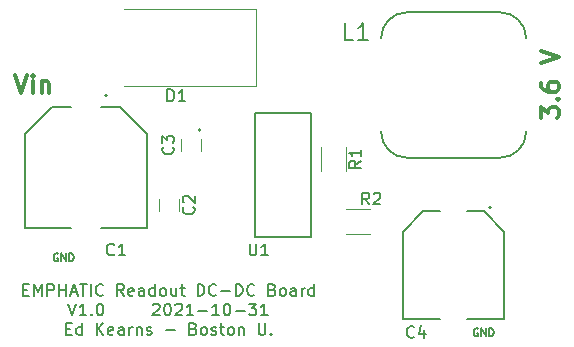
<source format=gbr>
%TF.GenerationSoftware,KiCad,Pcbnew,(5.1.10-1-10_14)*%
%TF.CreationDate,2021-10-31T04:10:36-04:00*%
%TF.ProjectId,Readout-DC-Board,52656164-6f75-4742-9d44-432d426f6172,rev?*%
%TF.SameCoordinates,Original*%
%TF.FileFunction,Legend,Top*%
%TF.FilePolarity,Positive*%
%FSLAX46Y46*%
G04 Gerber Fmt 4.6, Leading zero omitted, Abs format (unit mm)*
G04 Created by KiCad (PCBNEW (5.1.10-1-10_14)) date 2021-10-31 04:10:36*
%MOMM*%
%LPD*%
G01*
G04 APERTURE LIST*
%ADD10C,0.158750*%
%ADD11C,0.300000*%
%ADD12C,0.150000*%
%ADD13C,0.127000*%
%ADD14C,0.200000*%
%ADD15C,0.120000*%
G04 APERTURE END LIST*
D10*
X116356190Y-124777500D02*
X116295714Y-124747261D01*
X116205000Y-124747261D01*
X116114285Y-124777500D01*
X116053809Y-124837976D01*
X116023571Y-124898452D01*
X115993333Y-125019404D01*
X115993333Y-125110119D01*
X116023571Y-125231071D01*
X116053809Y-125291547D01*
X116114285Y-125352023D01*
X116205000Y-125382261D01*
X116265476Y-125382261D01*
X116356190Y-125352023D01*
X116386428Y-125321785D01*
X116386428Y-125110119D01*
X116265476Y-125110119D01*
X116658571Y-125382261D02*
X116658571Y-124747261D01*
X117021428Y-125382261D01*
X117021428Y-124747261D01*
X117323809Y-125382261D02*
X117323809Y-124747261D01*
X117475000Y-124747261D01*
X117565714Y-124777500D01*
X117626190Y-124837976D01*
X117656428Y-124898452D01*
X117686666Y-125019404D01*
X117686666Y-125110119D01*
X117656428Y-125231071D01*
X117626190Y-125291547D01*
X117565714Y-125352023D01*
X117475000Y-125382261D01*
X117323809Y-125382261D01*
X80796190Y-118427500D02*
X80735714Y-118397261D01*
X80645000Y-118397261D01*
X80554285Y-118427500D01*
X80493809Y-118487976D01*
X80463571Y-118548452D01*
X80433333Y-118669404D01*
X80433333Y-118760119D01*
X80463571Y-118881071D01*
X80493809Y-118941547D01*
X80554285Y-119002023D01*
X80645000Y-119032261D01*
X80705476Y-119032261D01*
X80796190Y-119002023D01*
X80826428Y-118971785D01*
X80826428Y-118760119D01*
X80705476Y-118760119D01*
X81098571Y-119032261D02*
X81098571Y-118397261D01*
X81461428Y-119032261D01*
X81461428Y-118397261D01*
X81763809Y-119032261D02*
X81763809Y-118397261D01*
X81915000Y-118397261D01*
X82005714Y-118427500D01*
X82066190Y-118487976D01*
X82096428Y-118548452D01*
X82126666Y-118669404D01*
X82126666Y-118760119D01*
X82096428Y-118881071D01*
X82066190Y-118941547D01*
X82005714Y-119002023D01*
X81915000Y-119032261D01*
X81763809Y-119032261D01*
D11*
X77204285Y-103318571D02*
X77704285Y-104818571D01*
X78204285Y-103318571D01*
X78704285Y-104818571D02*
X78704285Y-103818571D01*
X78704285Y-103318571D02*
X78632857Y-103390000D01*
X78704285Y-103461428D01*
X78775714Y-103390000D01*
X78704285Y-103318571D01*
X78704285Y-103461428D01*
X79418571Y-103818571D02*
X79418571Y-104818571D01*
X79418571Y-103961428D02*
X79490000Y-103890000D01*
X79632857Y-103818571D01*
X79847142Y-103818571D01*
X79990000Y-103890000D01*
X80061428Y-104032857D01*
X80061428Y-104818571D01*
X121733571Y-106925714D02*
X121733571Y-105997142D01*
X122305000Y-106497142D01*
X122305000Y-106282857D01*
X122376428Y-106140000D01*
X122447857Y-106068571D01*
X122590714Y-105997142D01*
X122947857Y-105997142D01*
X123090714Y-106068571D01*
X123162142Y-106140000D01*
X123233571Y-106282857D01*
X123233571Y-106711428D01*
X123162142Y-106854285D01*
X123090714Y-106925714D01*
X123090714Y-105354285D02*
X123162142Y-105282857D01*
X123233571Y-105354285D01*
X123162142Y-105425714D01*
X123090714Y-105354285D01*
X123233571Y-105354285D01*
X121733571Y-103997142D02*
X121733571Y-104282857D01*
X121805000Y-104425714D01*
X121876428Y-104497142D01*
X122090714Y-104640000D01*
X122376428Y-104711428D01*
X122947857Y-104711428D01*
X123090714Y-104640000D01*
X123162142Y-104568571D01*
X123233571Y-104425714D01*
X123233571Y-104140000D01*
X123162142Y-103997142D01*
X123090714Y-103925714D01*
X122947857Y-103854285D01*
X122590714Y-103854285D01*
X122447857Y-103925714D01*
X122376428Y-103997142D01*
X122305000Y-104140000D01*
X122305000Y-104425714D01*
X122376428Y-104568571D01*
X122447857Y-104640000D01*
X122590714Y-104711428D01*
X121733571Y-102282857D02*
X123233571Y-101782857D01*
X121733571Y-101282857D01*
D12*
X77860476Y-121468571D02*
X78193809Y-121468571D01*
X78336666Y-121992380D02*
X77860476Y-121992380D01*
X77860476Y-120992380D01*
X78336666Y-120992380D01*
X78765238Y-121992380D02*
X78765238Y-120992380D01*
X79098571Y-121706666D01*
X79431904Y-120992380D01*
X79431904Y-121992380D01*
X79908095Y-121992380D02*
X79908095Y-120992380D01*
X80289047Y-120992380D01*
X80384285Y-121040000D01*
X80431904Y-121087619D01*
X80479523Y-121182857D01*
X80479523Y-121325714D01*
X80431904Y-121420952D01*
X80384285Y-121468571D01*
X80289047Y-121516190D01*
X79908095Y-121516190D01*
X80908095Y-121992380D02*
X80908095Y-120992380D01*
X80908095Y-121468571D02*
X81479523Y-121468571D01*
X81479523Y-121992380D02*
X81479523Y-120992380D01*
X81908095Y-121706666D02*
X82384285Y-121706666D01*
X81812857Y-121992380D02*
X82146190Y-120992380D01*
X82479523Y-121992380D01*
X82670000Y-120992380D02*
X83241428Y-120992380D01*
X82955714Y-121992380D02*
X82955714Y-120992380D01*
X83574761Y-121992380D02*
X83574761Y-120992380D01*
X84622380Y-121897142D02*
X84574761Y-121944761D01*
X84431904Y-121992380D01*
X84336666Y-121992380D01*
X84193809Y-121944761D01*
X84098571Y-121849523D01*
X84050952Y-121754285D01*
X84003333Y-121563809D01*
X84003333Y-121420952D01*
X84050952Y-121230476D01*
X84098571Y-121135238D01*
X84193809Y-121040000D01*
X84336666Y-120992380D01*
X84431904Y-120992380D01*
X84574761Y-121040000D01*
X84622380Y-121087619D01*
X86384285Y-121992380D02*
X86050952Y-121516190D01*
X85812857Y-121992380D02*
X85812857Y-120992380D01*
X86193809Y-120992380D01*
X86289047Y-121040000D01*
X86336666Y-121087619D01*
X86384285Y-121182857D01*
X86384285Y-121325714D01*
X86336666Y-121420952D01*
X86289047Y-121468571D01*
X86193809Y-121516190D01*
X85812857Y-121516190D01*
X87193809Y-121944761D02*
X87098571Y-121992380D01*
X86908095Y-121992380D01*
X86812857Y-121944761D01*
X86765238Y-121849523D01*
X86765238Y-121468571D01*
X86812857Y-121373333D01*
X86908095Y-121325714D01*
X87098571Y-121325714D01*
X87193809Y-121373333D01*
X87241428Y-121468571D01*
X87241428Y-121563809D01*
X86765238Y-121659047D01*
X88098571Y-121992380D02*
X88098571Y-121468571D01*
X88050952Y-121373333D01*
X87955714Y-121325714D01*
X87765238Y-121325714D01*
X87670000Y-121373333D01*
X88098571Y-121944761D02*
X88003333Y-121992380D01*
X87765238Y-121992380D01*
X87670000Y-121944761D01*
X87622380Y-121849523D01*
X87622380Y-121754285D01*
X87670000Y-121659047D01*
X87765238Y-121611428D01*
X88003333Y-121611428D01*
X88098571Y-121563809D01*
X89003333Y-121992380D02*
X89003333Y-120992380D01*
X89003333Y-121944761D02*
X88908095Y-121992380D01*
X88717619Y-121992380D01*
X88622380Y-121944761D01*
X88574761Y-121897142D01*
X88527142Y-121801904D01*
X88527142Y-121516190D01*
X88574761Y-121420952D01*
X88622380Y-121373333D01*
X88717619Y-121325714D01*
X88908095Y-121325714D01*
X89003333Y-121373333D01*
X89622380Y-121992380D02*
X89527142Y-121944761D01*
X89479523Y-121897142D01*
X89431904Y-121801904D01*
X89431904Y-121516190D01*
X89479523Y-121420952D01*
X89527142Y-121373333D01*
X89622380Y-121325714D01*
X89765238Y-121325714D01*
X89860476Y-121373333D01*
X89908095Y-121420952D01*
X89955714Y-121516190D01*
X89955714Y-121801904D01*
X89908095Y-121897142D01*
X89860476Y-121944761D01*
X89765238Y-121992380D01*
X89622380Y-121992380D01*
X90812857Y-121325714D02*
X90812857Y-121992380D01*
X90384285Y-121325714D02*
X90384285Y-121849523D01*
X90431904Y-121944761D01*
X90527142Y-121992380D01*
X90670000Y-121992380D01*
X90765238Y-121944761D01*
X90812857Y-121897142D01*
X91146190Y-121325714D02*
X91527142Y-121325714D01*
X91289047Y-120992380D02*
X91289047Y-121849523D01*
X91336666Y-121944761D01*
X91431904Y-121992380D01*
X91527142Y-121992380D01*
X92622380Y-121992380D02*
X92622380Y-120992380D01*
X92860476Y-120992380D01*
X93003333Y-121040000D01*
X93098571Y-121135238D01*
X93146190Y-121230476D01*
X93193809Y-121420952D01*
X93193809Y-121563809D01*
X93146190Y-121754285D01*
X93098571Y-121849523D01*
X93003333Y-121944761D01*
X92860476Y-121992380D01*
X92622380Y-121992380D01*
X94193809Y-121897142D02*
X94146190Y-121944761D01*
X94003333Y-121992380D01*
X93908095Y-121992380D01*
X93765238Y-121944761D01*
X93670000Y-121849523D01*
X93622380Y-121754285D01*
X93574761Y-121563809D01*
X93574761Y-121420952D01*
X93622380Y-121230476D01*
X93670000Y-121135238D01*
X93765238Y-121040000D01*
X93908095Y-120992380D01*
X94003333Y-120992380D01*
X94146190Y-121040000D01*
X94193809Y-121087619D01*
X94622380Y-121611428D02*
X95384285Y-121611428D01*
X95860476Y-121992380D02*
X95860476Y-120992380D01*
X96098571Y-120992380D01*
X96241428Y-121040000D01*
X96336666Y-121135238D01*
X96384285Y-121230476D01*
X96431904Y-121420952D01*
X96431904Y-121563809D01*
X96384285Y-121754285D01*
X96336666Y-121849523D01*
X96241428Y-121944761D01*
X96098571Y-121992380D01*
X95860476Y-121992380D01*
X97431904Y-121897142D02*
X97384285Y-121944761D01*
X97241428Y-121992380D01*
X97146190Y-121992380D01*
X97003333Y-121944761D01*
X96908095Y-121849523D01*
X96860476Y-121754285D01*
X96812857Y-121563809D01*
X96812857Y-121420952D01*
X96860476Y-121230476D01*
X96908095Y-121135238D01*
X97003333Y-121040000D01*
X97146190Y-120992380D01*
X97241428Y-120992380D01*
X97384285Y-121040000D01*
X97431904Y-121087619D01*
X98955714Y-121468571D02*
X99098571Y-121516190D01*
X99146190Y-121563809D01*
X99193809Y-121659047D01*
X99193809Y-121801904D01*
X99146190Y-121897142D01*
X99098571Y-121944761D01*
X99003333Y-121992380D01*
X98622380Y-121992380D01*
X98622380Y-120992380D01*
X98955714Y-120992380D01*
X99050952Y-121040000D01*
X99098571Y-121087619D01*
X99146190Y-121182857D01*
X99146190Y-121278095D01*
X99098571Y-121373333D01*
X99050952Y-121420952D01*
X98955714Y-121468571D01*
X98622380Y-121468571D01*
X99765238Y-121992380D02*
X99670000Y-121944761D01*
X99622380Y-121897142D01*
X99574761Y-121801904D01*
X99574761Y-121516190D01*
X99622380Y-121420952D01*
X99670000Y-121373333D01*
X99765238Y-121325714D01*
X99908095Y-121325714D01*
X100003333Y-121373333D01*
X100050952Y-121420952D01*
X100098571Y-121516190D01*
X100098571Y-121801904D01*
X100050952Y-121897142D01*
X100003333Y-121944761D01*
X99908095Y-121992380D01*
X99765238Y-121992380D01*
X100955714Y-121992380D02*
X100955714Y-121468571D01*
X100908095Y-121373333D01*
X100812857Y-121325714D01*
X100622380Y-121325714D01*
X100527142Y-121373333D01*
X100955714Y-121944761D02*
X100860476Y-121992380D01*
X100622380Y-121992380D01*
X100527142Y-121944761D01*
X100479523Y-121849523D01*
X100479523Y-121754285D01*
X100527142Y-121659047D01*
X100622380Y-121611428D01*
X100860476Y-121611428D01*
X100955714Y-121563809D01*
X101431904Y-121992380D02*
X101431904Y-121325714D01*
X101431904Y-121516190D02*
X101479523Y-121420952D01*
X101527142Y-121373333D01*
X101622380Y-121325714D01*
X101717619Y-121325714D01*
X102479523Y-121992380D02*
X102479523Y-120992380D01*
X102479523Y-121944761D02*
X102384285Y-121992380D01*
X102193809Y-121992380D01*
X102098571Y-121944761D01*
X102050952Y-121897142D01*
X102003333Y-121801904D01*
X102003333Y-121516190D01*
X102050952Y-121420952D01*
X102098571Y-121373333D01*
X102193809Y-121325714D01*
X102384285Y-121325714D01*
X102479523Y-121373333D01*
X81693809Y-122642380D02*
X82027142Y-123642380D01*
X82360476Y-122642380D01*
X83217619Y-123642380D02*
X82646190Y-123642380D01*
X82931904Y-123642380D02*
X82931904Y-122642380D01*
X82836666Y-122785238D01*
X82741428Y-122880476D01*
X82646190Y-122928095D01*
X83646190Y-123547142D02*
X83693809Y-123594761D01*
X83646190Y-123642380D01*
X83598571Y-123594761D01*
X83646190Y-123547142D01*
X83646190Y-123642380D01*
X84312857Y-122642380D02*
X84408095Y-122642380D01*
X84503333Y-122690000D01*
X84550952Y-122737619D01*
X84598571Y-122832857D01*
X84646190Y-123023333D01*
X84646190Y-123261428D01*
X84598571Y-123451904D01*
X84550952Y-123547142D01*
X84503333Y-123594761D01*
X84408095Y-123642380D01*
X84312857Y-123642380D01*
X84217619Y-123594761D01*
X84170000Y-123547142D01*
X84122380Y-123451904D01*
X84074761Y-123261428D01*
X84074761Y-123023333D01*
X84122380Y-122832857D01*
X84170000Y-122737619D01*
X84217619Y-122690000D01*
X84312857Y-122642380D01*
X88836666Y-122737619D02*
X88884285Y-122690000D01*
X88979523Y-122642380D01*
X89217619Y-122642380D01*
X89312857Y-122690000D01*
X89360476Y-122737619D01*
X89408095Y-122832857D01*
X89408095Y-122928095D01*
X89360476Y-123070952D01*
X88789047Y-123642380D01*
X89408095Y-123642380D01*
X90027142Y-122642380D02*
X90122380Y-122642380D01*
X90217619Y-122690000D01*
X90265238Y-122737619D01*
X90312857Y-122832857D01*
X90360476Y-123023333D01*
X90360476Y-123261428D01*
X90312857Y-123451904D01*
X90265238Y-123547142D01*
X90217619Y-123594761D01*
X90122380Y-123642380D01*
X90027142Y-123642380D01*
X89931904Y-123594761D01*
X89884285Y-123547142D01*
X89836666Y-123451904D01*
X89789047Y-123261428D01*
X89789047Y-123023333D01*
X89836666Y-122832857D01*
X89884285Y-122737619D01*
X89931904Y-122690000D01*
X90027142Y-122642380D01*
X90741428Y-122737619D02*
X90789047Y-122690000D01*
X90884285Y-122642380D01*
X91122380Y-122642380D01*
X91217619Y-122690000D01*
X91265238Y-122737619D01*
X91312857Y-122832857D01*
X91312857Y-122928095D01*
X91265238Y-123070952D01*
X90693809Y-123642380D01*
X91312857Y-123642380D01*
X92265238Y-123642380D02*
X91693809Y-123642380D01*
X91979523Y-123642380D02*
X91979523Y-122642380D01*
X91884285Y-122785238D01*
X91789047Y-122880476D01*
X91693809Y-122928095D01*
X92693809Y-123261428D02*
X93455714Y-123261428D01*
X94455714Y-123642380D02*
X93884285Y-123642380D01*
X94170000Y-123642380D02*
X94170000Y-122642380D01*
X94074761Y-122785238D01*
X93979523Y-122880476D01*
X93884285Y-122928095D01*
X95074761Y-122642380D02*
X95170000Y-122642380D01*
X95265238Y-122690000D01*
X95312857Y-122737619D01*
X95360476Y-122832857D01*
X95408095Y-123023333D01*
X95408095Y-123261428D01*
X95360476Y-123451904D01*
X95312857Y-123547142D01*
X95265238Y-123594761D01*
X95170000Y-123642380D01*
X95074761Y-123642380D01*
X94979523Y-123594761D01*
X94931904Y-123547142D01*
X94884285Y-123451904D01*
X94836666Y-123261428D01*
X94836666Y-123023333D01*
X94884285Y-122832857D01*
X94931904Y-122737619D01*
X94979523Y-122690000D01*
X95074761Y-122642380D01*
X95836666Y-123261428D02*
X96598571Y-123261428D01*
X96979523Y-122642380D02*
X97598571Y-122642380D01*
X97265238Y-123023333D01*
X97408095Y-123023333D01*
X97503333Y-123070952D01*
X97550952Y-123118571D01*
X97598571Y-123213809D01*
X97598571Y-123451904D01*
X97550952Y-123547142D01*
X97503333Y-123594761D01*
X97408095Y-123642380D01*
X97122380Y-123642380D01*
X97027142Y-123594761D01*
X96979523Y-123547142D01*
X98550952Y-123642380D02*
X97979523Y-123642380D01*
X98265238Y-123642380D02*
X98265238Y-122642380D01*
X98170000Y-122785238D01*
X98074761Y-122880476D01*
X97979523Y-122928095D01*
X81503333Y-124768571D02*
X81836666Y-124768571D01*
X81979523Y-125292380D02*
X81503333Y-125292380D01*
X81503333Y-124292380D01*
X81979523Y-124292380D01*
X82836666Y-125292380D02*
X82836666Y-124292380D01*
X82836666Y-125244761D02*
X82741428Y-125292380D01*
X82550952Y-125292380D01*
X82455714Y-125244761D01*
X82408095Y-125197142D01*
X82360476Y-125101904D01*
X82360476Y-124816190D01*
X82408095Y-124720952D01*
X82455714Y-124673333D01*
X82550952Y-124625714D01*
X82741428Y-124625714D01*
X82836666Y-124673333D01*
X84074761Y-125292380D02*
X84074761Y-124292380D01*
X84646190Y-125292380D02*
X84217619Y-124720952D01*
X84646190Y-124292380D02*
X84074761Y-124863809D01*
X85455714Y-125244761D02*
X85360476Y-125292380D01*
X85170000Y-125292380D01*
X85074761Y-125244761D01*
X85027142Y-125149523D01*
X85027142Y-124768571D01*
X85074761Y-124673333D01*
X85170000Y-124625714D01*
X85360476Y-124625714D01*
X85455714Y-124673333D01*
X85503333Y-124768571D01*
X85503333Y-124863809D01*
X85027142Y-124959047D01*
X86360476Y-125292380D02*
X86360476Y-124768571D01*
X86312857Y-124673333D01*
X86217619Y-124625714D01*
X86027142Y-124625714D01*
X85931904Y-124673333D01*
X86360476Y-125244761D02*
X86265238Y-125292380D01*
X86027142Y-125292380D01*
X85931904Y-125244761D01*
X85884285Y-125149523D01*
X85884285Y-125054285D01*
X85931904Y-124959047D01*
X86027142Y-124911428D01*
X86265238Y-124911428D01*
X86360476Y-124863809D01*
X86836666Y-125292380D02*
X86836666Y-124625714D01*
X86836666Y-124816190D02*
X86884285Y-124720952D01*
X86931904Y-124673333D01*
X87027142Y-124625714D01*
X87122380Y-124625714D01*
X87455714Y-124625714D02*
X87455714Y-125292380D01*
X87455714Y-124720952D02*
X87503333Y-124673333D01*
X87598571Y-124625714D01*
X87741428Y-124625714D01*
X87836666Y-124673333D01*
X87884285Y-124768571D01*
X87884285Y-125292380D01*
X88312857Y-125244761D02*
X88408095Y-125292380D01*
X88598571Y-125292380D01*
X88693809Y-125244761D01*
X88741428Y-125149523D01*
X88741428Y-125101904D01*
X88693809Y-125006666D01*
X88598571Y-124959047D01*
X88455714Y-124959047D01*
X88360476Y-124911428D01*
X88312857Y-124816190D01*
X88312857Y-124768571D01*
X88360476Y-124673333D01*
X88455714Y-124625714D01*
X88598571Y-124625714D01*
X88693809Y-124673333D01*
X89931904Y-124911428D02*
X90693809Y-124911428D01*
X92265238Y-124768571D02*
X92408095Y-124816190D01*
X92455714Y-124863809D01*
X92503333Y-124959047D01*
X92503333Y-125101904D01*
X92455714Y-125197142D01*
X92408095Y-125244761D01*
X92312857Y-125292380D01*
X91931904Y-125292380D01*
X91931904Y-124292380D01*
X92265238Y-124292380D01*
X92360476Y-124340000D01*
X92408095Y-124387619D01*
X92455714Y-124482857D01*
X92455714Y-124578095D01*
X92408095Y-124673333D01*
X92360476Y-124720952D01*
X92265238Y-124768571D01*
X91931904Y-124768571D01*
X93074761Y-125292380D02*
X92979523Y-125244761D01*
X92931904Y-125197142D01*
X92884285Y-125101904D01*
X92884285Y-124816190D01*
X92931904Y-124720952D01*
X92979523Y-124673333D01*
X93074761Y-124625714D01*
X93217619Y-124625714D01*
X93312857Y-124673333D01*
X93360476Y-124720952D01*
X93408095Y-124816190D01*
X93408095Y-125101904D01*
X93360476Y-125197142D01*
X93312857Y-125244761D01*
X93217619Y-125292380D01*
X93074761Y-125292380D01*
X93789047Y-125244761D02*
X93884285Y-125292380D01*
X94074761Y-125292380D01*
X94170000Y-125244761D01*
X94217619Y-125149523D01*
X94217619Y-125101904D01*
X94170000Y-125006666D01*
X94074761Y-124959047D01*
X93931904Y-124959047D01*
X93836666Y-124911428D01*
X93789047Y-124816190D01*
X93789047Y-124768571D01*
X93836666Y-124673333D01*
X93931904Y-124625714D01*
X94074761Y-124625714D01*
X94170000Y-124673333D01*
X94503333Y-124625714D02*
X94884285Y-124625714D01*
X94646190Y-124292380D02*
X94646190Y-125149523D01*
X94693809Y-125244761D01*
X94789047Y-125292380D01*
X94884285Y-125292380D01*
X95360476Y-125292380D02*
X95265238Y-125244761D01*
X95217619Y-125197142D01*
X95170000Y-125101904D01*
X95170000Y-124816190D01*
X95217619Y-124720952D01*
X95265238Y-124673333D01*
X95360476Y-124625714D01*
X95503333Y-124625714D01*
X95598571Y-124673333D01*
X95646190Y-124720952D01*
X95693809Y-124816190D01*
X95693809Y-125101904D01*
X95646190Y-125197142D01*
X95598571Y-125244761D01*
X95503333Y-125292380D01*
X95360476Y-125292380D01*
X96122380Y-124625714D02*
X96122380Y-125292380D01*
X96122380Y-124720952D02*
X96170000Y-124673333D01*
X96265238Y-124625714D01*
X96408095Y-124625714D01*
X96503333Y-124673333D01*
X96550952Y-124768571D01*
X96550952Y-125292380D01*
X97789047Y-124292380D02*
X97789047Y-125101904D01*
X97836666Y-125197142D01*
X97884285Y-125244761D01*
X97979523Y-125292380D01*
X98170000Y-125292380D01*
X98265238Y-125244761D01*
X98312857Y-125197142D01*
X98360476Y-125101904D01*
X98360476Y-124292380D01*
X98836666Y-125197142D02*
X98884285Y-125244761D01*
X98836666Y-125292380D01*
X98789047Y-125244761D01*
X98836666Y-125197142D01*
X98836666Y-125292380D01*
D13*
%TO.C,L1*%
X108150000Y-100190000D02*
G75*
G02*
X110350000Y-97990000I2200000J0D01*
G01*
X110350000Y-110290000D02*
G75*
G02*
X108150000Y-108090000I0J2200000D01*
G01*
X120450000Y-108090000D02*
G75*
G02*
X118250000Y-110290000I-2200000J0D01*
G01*
X118250000Y-97990000D02*
G75*
G02*
X120450000Y-100190000I0J-2200000D01*
G01*
X118250000Y-110290000D02*
X110350000Y-110290000D01*
X110350000Y-97990000D02*
X118250000Y-97990000D01*
%TO.C,C1*%
X84485000Y-105975000D02*
X86035000Y-105975000D01*
X86035000Y-105975000D02*
X88335000Y-108275000D01*
X88335000Y-108275000D02*
X88335000Y-116275000D01*
X88335000Y-116275000D02*
X84485000Y-116275000D01*
X81885000Y-116275000D02*
X78035000Y-116275000D01*
X78035000Y-116275000D02*
X78035000Y-108275000D01*
X78035000Y-108275000D02*
X80335000Y-105975000D01*
X80335000Y-105975000D02*
X81885000Y-105975000D01*
D14*
X84985000Y-105025000D02*
G75*
G03*
X84985000Y-105025000I-100000J0D01*
G01*
D15*
%TO.C,C2*%
X89320000Y-113800000D02*
X89320000Y-114800000D01*
X91020000Y-114800000D02*
X91020000Y-113800000D01*
%TO.C,C3*%
X91225000Y-108740000D02*
X91225000Y-109740000D01*
X92925000Y-109740000D02*
X92925000Y-108740000D01*
D14*
%TO.C,C4*%
X117480000Y-114490000D02*
G75*
G03*
X117480000Y-114490000I-100000J0D01*
G01*
D13*
X110000000Y-123980000D02*
X113150000Y-123980000D01*
X110000000Y-116580000D02*
X110000000Y-123980000D01*
X111700000Y-114780000D02*
X110000000Y-116580000D01*
X113150000Y-114780000D02*
X111700000Y-114780000D01*
X118600000Y-123980000D02*
X115450000Y-123980000D01*
X118600000Y-116580000D02*
X118600000Y-123980000D01*
X116900000Y-114780000D02*
X118600000Y-116580000D01*
X115450000Y-114780000D02*
X116900000Y-114780000D01*
D15*
%TO.C,D1*%
X97605000Y-104215000D02*
X86405000Y-104215000D01*
X97605000Y-97715000D02*
X86405000Y-97715000D01*
X97605000Y-97715000D02*
X97605000Y-104215000D01*
%TO.C,R1*%
X105210000Y-109395000D02*
X105210000Y-111395000D01*
X103070000Y-111395000D02*
X103070000Y-109395000D01*
%TO.C,R2*%
X107204000Y-116767000D02*
X105204000Y-116767000D01*
X105204000Y-114627000D02*
X107204000Y-114627000D01*
D13*
%TO.C,U1*%
X97510000Y-106550000D02*
X97510000Y-116970000D01*
X97510000Y-116970000D02*
X102210000Y-116970000D01*
X102210000Y-116970000D02*
X102210000Y-106550000D01*
X102210000Y-106550000D02*
X97510000Y-106550000D01*
D14*
X92890000Y-107950000D02*
G75*
G03*
X92890000Y-107950000I-100000J0D01*
G01*
%TO.C,L1*%
D12*
X105811213Y-100329562D02*
X105143253Y-100329562D01*
X105143253Y-98926845D01*
X107013542Y-100329562D02*
X106211990Y-100329562D01*
X106612766Y-100329562D02*
X106612766Y-98926845D01*
X106479174Y-99127233D01*
X106345582Y-99260825D01*
X106211990Y-99327621D01*
%TO.C,C1*%
X85558333Y-118467142D02*
X85510714Y-118514761D01*
X85367857Y-118562380D01*
X85272619Y-118562380D01*
X85129761Y-118514761D01*
X85034523Y-118419523D01*
X84986904Y-118324285D01*
X84939285Y-118133809D01*
X84939285Y-117990952D01*
X84986904Y-117800476D01*
X85034523Y-117705238D01*
X85129761Y-117610000D01*
X85272619Y-117562380D01*
X85367857Y-117562380D01*
X85510714Y-117610000D01*
X85558333Y-117657619D01*
X86510714Y-118562380D02*
X85939285Y-118562380D01*
X86225000Y-118562380D02*
X86225000Y-117562380D01*
X86129761Y-117705238D01*
X86034523Y-117800476D01*
X85939285Y-117848095D01*
%TO.C,C2*%
X92277142Y-114466666D02*
X92324761Y-114514285D01*
X92372380Y-114657142D01*
X92372380Y-114752380D01*
X92324761Y-114895238D01*
X92229523Y-114990476D01*
X92134285Y-115038095D01*
X91943809Y-115085714D01*
X91800952Y-115085714D01*
X91610476Y-115038095D01*
X91515238Y-114990476D01*
X91420000Y-114895238D01*
X91372380Y-114752380D01*
X91372380Y-114657142D01*
X91420000Y-114514285D01*
X91467619Y-114466666D01*
X91467619Y-114085714D02*
X91420000Y-114038095D01*
X91372380Y-113942857D01*
X91372380Y-113704761D01*
X91420000Y-113609523D01*
X91467619Y-113561904D01*
X91562857Y-113514285D01*
X91658095Y-113514285D01*
X91800952Y-113561904D01*
X92372380Y-114133333D01*
X92372380Y-113514285D01*
%TO.C,C3*%
X90527142Y-109386666D02*
X90574761Y-109434285D01*
X90622380Y-109577142D01*
X90622380Y-109672380D01*
X90574761Y-109815238D01*
X90479523Y-109910476D01*
X90384285Y-109958095D01*
X90193809Y-110005714D01*
X90050952Y-110005714D01*
X89860476Y-109958095D01*
X89765238Y-109910476D01*
X89670000Y-109815238D01*
X89622380Y-109672380D01*
X89622380Y-109577142D01*
X89670000Y-109434285D01*
X89717619Y-109386666D01*
X89622380Y-109053333D02*
X89622380Y-108434285D01*
X90003333Y-108767619D01*
X90003333Y-108624761D01*
X90050952Y-108529523D01*
X90098571Y-108481904D01*
X90193809Y-108434285D01*
X90431904Y-108434285D01*
X90527142Y-108481904D01*
X90574761Y-108529523D01*
X90622380Y-108624761D01*
X90622380Y-108910476D01*
X90574761Y-109005714D01*
X90527142Y-109053333D01*
%TO.C,C4*%
X110958333Y-125452142D02*
X110910714Y-125499761D01*
X110767857Y-125547380D01*
X110672619Y-125547380D01*
X110529761Y-125499761D01*
X110434523Y-125404523D01*
X110386904Y-125309285D01*
X110339285Y-125118809D01*
X110339285Y-124975952D01*
X110386904Y-124785476D01*
X110434523Y-124690238D01*
X110529761Y-124595000D01*
X110672619Y-124547380D01*
X110767857Y-124547380D01*
X110910714Y-124595000D01*
X110958333Y-124642619D01*
X111815476Y-124880714D02*
X111815476Y-125547380D01*
X111577380Y-124499761D02*
X111339285Y-125214047D01*
X111958333Y-125214047D01*
%TO.C,D1*%
X90066904Y-105517380D02*
X90066904Y-104517380D01*
X90305000Y-104517380D01*
X90447857Y-104565000D01*
X90543095Y-104660238D01*
X90590714Y-104755476D01*
X90638333Y-104945952D01*
X90638333Y-105088809D01*
X90590714Y-105279285D01*
X90543095Y-105374523D01*
X90447857Y-105469761D01*
X90305000Y-105517380D01*
X90066904Y-105517380D01*
X91590714Y-105517380D02*
X91019285Y-105517380D01*
X91305000Y-105517380D02*
X91305000Y-104517380D01*
X91209761Y-104660238D01*
X91114523Y-104755476D01*
X91019285Y-104803095D01*
%TO.C,R1*%
X106442380Y-110561666D02*
X105966190Y-110895000D01*
X106442380Y-111133095D02*
X105442380Y-111133095D01*
X105442380Y-110752142D01*
X105490000Y-110656904D01*
X105537619Y-110609285D01*
X105632857Y-110561666D01*
X105775714Y-110561666D01*
X105870952Y-110609285D01*
X105918571Y-110656904D01*
X105966190Y-110752142D01*
X105966190Y-111133095D01*
X106442380Y-109609285D02*
X106442380Y-110180714D01*
X106442380Y-109895000D02*
X105442380Y-109895000D01*
X105585238Y-109990238D01*
X105680476Y-110085476D01*
X105728095Y-110180714D01*
%TO.C,R2*%
X107148333Y-114244380D02*
X106815000Y-113768190D01*
X106576904Y-114244380D02*
X106576904Y-113244380D01*
X106957857Y-113244380D01*
X107053095Y-113292000D01*
X107100714Y-113339619D01*
X107148333Y-113434857D01*
X107148333Y-113577714D01*
X107100714Y-113672952D01*
X107053095Y-113720571D01*
X106957857Y-113768190D01*
X106576904Y-113768190D01*
X107529285Y-113339619D02*
X107576904Y-113292000D01*
X107672142Y-113244380D01*
X107910238Y-113244380D01*
X108005476Y-113292000D01*
X108053095Y-113339619D01*
X108100714Y-113434857D01*
X108100714Y-113530095D01*
X108053095Y-113672952D01*
X107481666Y-114244380D01*
X108100714Y-114244380D01*
%TO.C,U1*%
X97028095Y-117562380D02*
X97028095Y-118371904D01*
X97075714Y-118467142D01*
X97123333Y-118514761D01*
X97218571Y-118562380D01*
X97409047Y-118562380D01*
X97504285Y-118514761D01*
X97551904Y-118467142D01*
X97599523Y-118371904D01*
X97599523Y-117562380D01*
X98599523Y-118562380D02*
X98028095Y-118562380D01*
X98313809Y-118562380D02*
X98313809Y-117562380D01*
X98218571Y-117705238D01*
X98123333Y-117800476D01*
X98028095Y-117848095D01*
%TD*%
M02*

</source>
